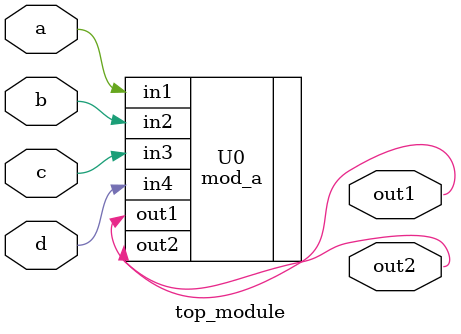
<source format=v>
module top_module ( 
    input a, 
    input b, 
    input c,
    input d,
    output out1,
    output out2
);
    mod_a U0 (.in1(a),.in2(b),.in3(c),.in4(d),.out1(out1),.out2(out2));
    
endmodule

</source>
